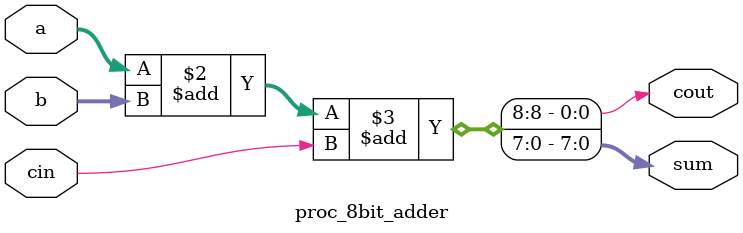
<source format=v>
`timescale 1ns / 1ps
/*宣告8bit adder module名稱,輸出入名稱*/
module proc_8bit_adder(sum, cout, a, b, cin);
    /*定義port,包含input, output*/
    input [7:0] a, b;
    input cin;
    output [7:0] sum;
    output cout;
    /*在procedural assignment下，等號的左邊需為reg型態*/
    reg [7:0] sum;
    reg cout;
    
    /*將a、b、cin相加,而cout為第8bit值,sum則為0~7bit值*/
    always@(a or b or cin)
        {cout, sum} = a + b + cin;
        
endmodule	



</source>
